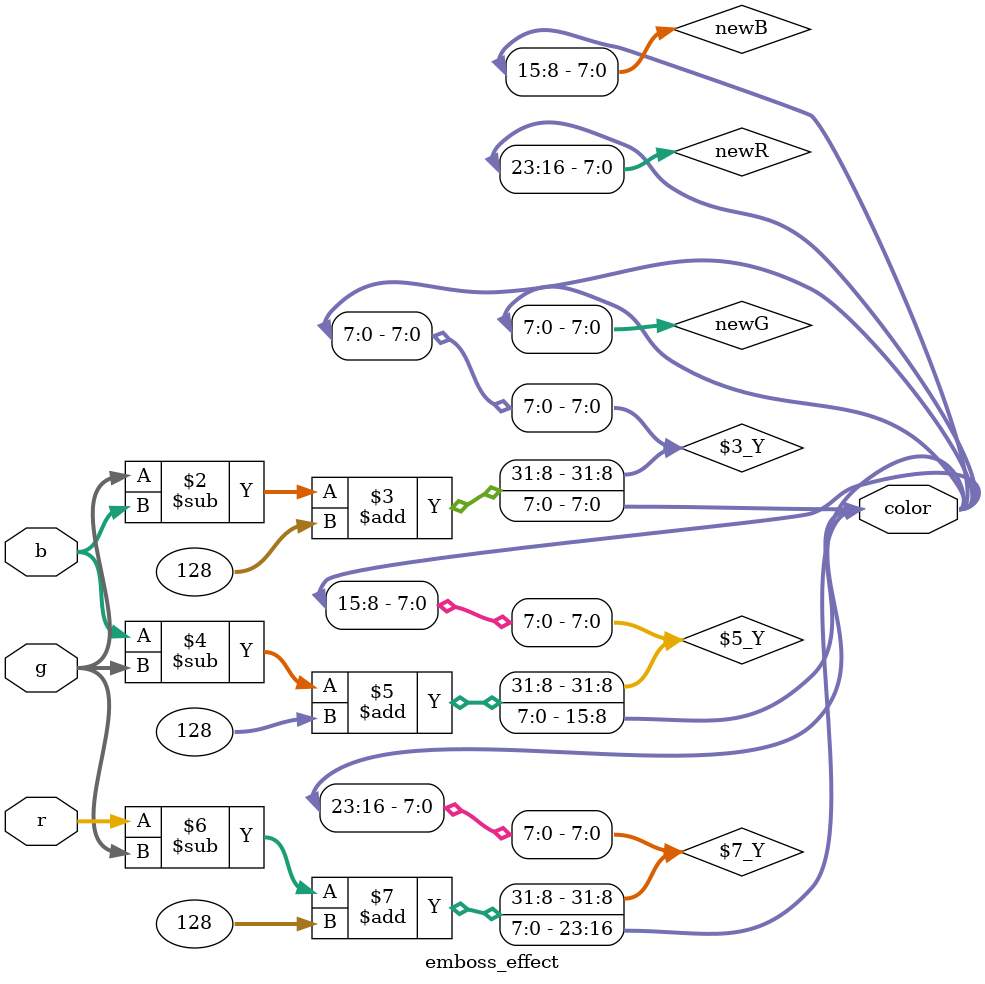
<source format=v>
`timescale 1ns / 1ps


module emboss_effect (
  input [7:0] g, // Green component
  input [7:0] b, // Blue component
  input [7:0] r, // Red component
  output reg [23:0] color // Embossed output
);

reg [7:0] newG, newB, newR;

  always @* begin

    newG = g - b + 128;
    newB = b - g + 128;
    newR = r - g + 128;

    color = {newR, newB, newG};
  end

endmodule

</source>
